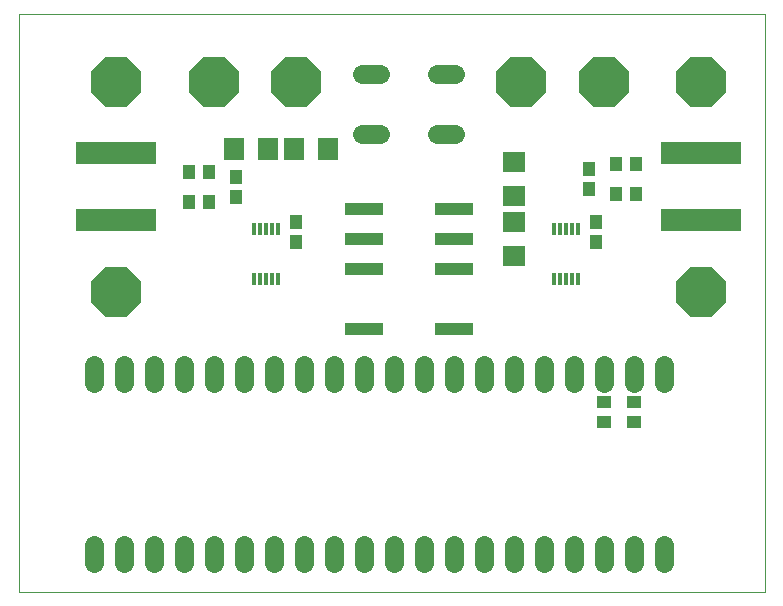
<source format=gts>
G75*
%MOIN*%
%OFA0B0*%
%FSLAX25Y25*%
%IPPOS*%
%LPD*%
%AMOC8*
5,1,8,0,0,1.08239X$1,22.5*
%
%ADD10C,0.00000*%
%ADD11R,0.04337X0.04731*%
%ADD12R,0.04731X0.04337*%
%ADD13R,0.01384X0.04337*%
%ADD14R,0.26900X0.07487*%
%ADD15OC8,0.16800*%
%ADD16C,0.06337*%
%ADD17R,0.12998X0.04337*%
%ADD18R,0.06699X0.07498*%
%ADD19R,0.07498X0.06699*%
%ADD20C,0.06400*%
D10*
X0001000Y0001000D02*
X0001000Y0193461D01*
X0249701Y0193461D01*
X0249701Y0001000D01*
X0001000Y0001000D01*
D11*
X0093500Y0117654D03*
X0093500Y0124346D03*
X0073500Y0132654D03*
X0073500Y0139346D03*
X0064346Y0141000D03*
X0057654Y0141000D03*
X0057654Y0131000D03*
X0064346Y0131000D03*
X0191000Y0135154D03*
X0191000Y0141846D03*
X0200154Y0143500D03*
X0206846Y0143500D03*
X0206846Y0133500D03*
X0200154Y0133500D03*
X0193500Y0124346D03*
X0193500Y0117654D03*
D12*
X0196000Y0064346D03*
X0196000Y0057654D03*
X0206000Y0057654D03*
X0206000Y0064346D03*
D13*
X0187437Y0105181D03*
X0185469Y0105181D03*
X0183500Y0105181D03*
X0181531Y0105181D03*
X0179563Y0105181D03*
X0179563Y0121819D03*
X0181531Y0121819D03*
X0183500Y0121819D03*
X0185469Y0121819D03*
X0187437Y0121819D03*
X0087437Y0121819D03*
X0085469Y0121819D03*
X0083500Y0121819D03*
X0081531Y0121819D03*
X0079563Y0121819D03*
X0079563Y0105181D03*
X0081531Y0105181D03*
X0083500Y0105181D03*
X0085469Y0105181D03*
X0087437Y0105181D03*
D14*
X0033500Y0124976D03*
X0033500Y0147024D03*
X0228500Y0147024D03*
X0228500Y0124976D03*
D15*
X0228500Y0101000D03*
X0228500Y0171000D03*
X0196000Y0171000D03*
X0168500Y0171000D03*
X0093500Y0171000D03*
X0066000Y0171000D03*
X0033500Y0171000D03*
X0033500Y0101000D03*
D16*
X0036000Y0076469D02*
X0036000Y0070531D01*
X0026000Y0070531D02*
X0026000Y0076469D01*
X0046000Y0076469D02*
X0046000Y0070531D01*
X0056000Y0070531D02*
X0056000Y0076469D01*
X0066000Y0076469D02*
X0066000Y0070531D01*
X0076000Y0070531D02*
X0076000Y0076469D01*
X0086000Y0076469D02*
X0086000Y0070531D01*
X0096000Y0070531D02*
X0096000Y0076469D01*
X0106000Y0076469D02*
X0106000Y0070531D01*
X0116000Y0070531D02*
X0116000Y0076469D01*
X0126000Y0076469D02*
X0126000Y0070531D01*
X0136000Y0070531D02*
X0136000Y0076469D01*
X0146000Y0076469D02*
X0146000Y0070531D01*
X0156000Y0070531D02*
X0156000Y0076469D01*
X0166000Y0076469D02*
X0166000Y0070531D01*
X0176000Y0070531D02*
X0176000Y0076469D01*
X0186000Y0076469D02*
X0186000Y0070531D01*
X0196000Y0070531D02*
X0196000Y0076469D01*
X0206000Y0076469D02*
X0206000Y0070531D01*
X0216000Y0070531D02*
X0216000Y0076469D01*
X0216000Y0016469D02*
X0216000Y0010531D01*
X0206000Y0010531D02*
X0206000Y0016469D01*
X0196000Y0016469D02*
X0196000Y0010531D01*
X0186000Y0010531D02*
X0186000Y0016469D01*
X0176000Y0016469D02*
X0176000Y0010531D01*
X0166000Y0010531D02*
X0166000Y0016469D01*
X0156000Y0016469D02*
X0156000Y0010531D01*
X0146000Y0010531D02*
X0146000Y0016469D01*
X0136000Y0016469D02*
X0136000Y0010531D01*
X0126000Y0010531D02*
X0126000Y0016469D01*
X0116000Y0016469D02*
X0116000Y0010531D01*
X0106000Y0010531D02*
X0106000Y0016469D01*
X0096000Y0016469D02*
X0096000Y0010531D01*
X0086000Y0010531D02*
X0086000Y0016469D01*
X0076000Y0016469D02*
X0076000Y0010531D01*
X0066000Y0010531D02*
X0066000Y0016469D01*
X0056000Y0016469D02*
X0056000Y0010531D01*
X0046000Y0010531D02*
X0046000Y0016469D01*
X0036000Y0016469D02*
X0036000Y0010531D01*
X0026000Y0010531D02*
X0026000Y0016469D01*
D17*
X0116000Y0088500D03*
X0116000Y0108500D03*
X0116000Y0118500D03*
X0116000Y0128500D03*
X0146000Y0128500D03*
X0146000Y0118500D03*
X0146236Y0108500D03*
X0146000Y0088500D03*
D18*
X0104098Y0148500D03*
X0092902Y0148500D03*
X0084098Y0148500D03*
X0072902Y0148500D03*
D19*
X0166000Y0144098D03*
X0166000Y0132902D03*
X0166000Y0124098D03*
X0166000Y0112902D03*
D20*
X0146500Y0153500D02*
X0140500Y0153500D01*
X0121500Y0153500D02*
X0115500Y0153500D01*
X0115500Y0173500D02*
X0121500Y0173500D01*
X0140500Y0173500D02*
X0146500Y0173500D01*
M02*

</source>
